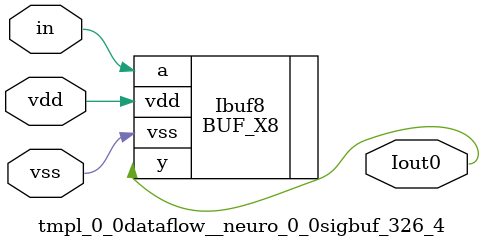
<source format=v>
module tmpl_0_0dataflow__neuro_0_0sigbuf_326_4(in, Iout0 , vdd, vss); 
   input vdd;
   input vss;
   input in;
   

// -- signals ---
   wire in;
   output Iout0 ;

// --- instances
BUF_X8 Ibuf8  (.y(Iout0 ), .a(in), .vdd(vdd), .vss(vss));
endmodule
</source>
